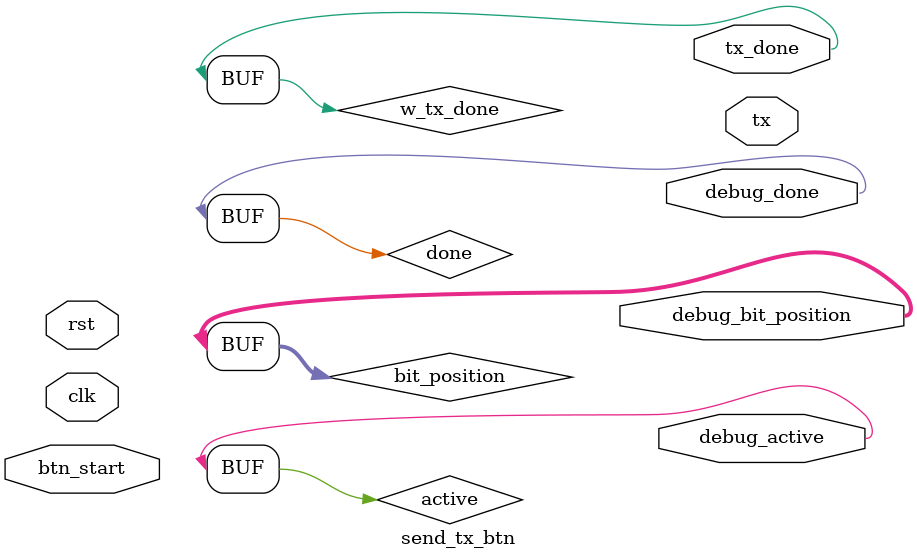
<source format=v>
module send_tx_btn (
    input  clk,
    input  rst,
    input  btn_start,
    output tx_done,
    output tx,
    // 디버깅 출력
    output debug_active,
    output debug_done,
    output [3:0] debug_bit_position
);
    // 내부 신호 선언
    wire w_start;
    wire w_tx_done;
    wire w_tick;
    wire [3:0] bit_position;
    wire active;
    wire done;

    // 디버깅용 출력 연결
    assign debug_bit_position = bit_position;
    assign debug_active = active;
    assign debug_done = done;

    // 내부 신호와 레지스터 선언
    parameter IDLE = 0, LOAD = 1, START = 2, SEND = 3, COMPLETE = 4;
    parameter BUFFER_SIZE = 16;  // 버퍼 크기 (한 번에 전송할 문자 수)
    parameter TOTAL_CHARS = 75;  // 총 출력해야 할 문자 수

    reg [2:0] state, next_state;
    reg [7:0] send_tx_data_reg, send_tx_data_next;
    reg send_reg, send_next;
    
    // 버퍼 관련 레지스터
    reg [7:0] char_buffer [0:BUFFER_SIZE-1];  // 전송할 문자 버퍼
    reg [3:0] buffer_index_reg, buffer_index_next;  // 현재 버퍼 내 인덱스
    reg [6:0] char_index_reg, char_index_next;      // 전체 문자열 내 인덱스
    reg transmission_active_reg, transmission_active_next;  // 전송 활성화 상태
    
    // 고정된 문자열 정의 (ASCII 코드 배열로)
    reg [7:0] target_string [0:TOTAL_CHARS-1];
    
    integer i;  // 루프 변수


    // tx_done 출력 신호 연결
    assign tx_done = w_tx_done;

    // 버퍼 업데이트 함수 - 문자열의 특정 위치부터 16문자를 버퍼에 로드
    task update_buffer;
        input [6:0] start_index;
        integer j;
        begin
            for (j = 0; j < BUFFER_SIZE; j = j + 1) begin
                if (start_index + j < TOTAL_CHARS) begin
                    char_buffer[j] <= target_string[start_index + j];
                end else begin
                    char_buffer[j] <= 8'h20;  // 범위를 벗어나면 공백 문자로 채움
                end
            end
        end
    endtask

    // 상태 레지스터 업데이트 (동기 로직)
    always @(posedge clk, posedge rst) begin
        if (rst) begin
            state <= IDLE;
            send_tx_data_reg <= 8'h00;
            send_reg <= 1'b0;
            buffer_index_reg <= 4'b0;
            char_index_reg <= 7'b0;
            transmission_active_reg <= 1'b0;
            
            // 원하는 문자열 초기화 (ASCII 코드로)
            // "1234567890:;<=>?@ABCDEFGHIJKLMNOPQRSTUVWXYZ[\]^_`abcdefghijklmnopqrstuvwxyz"
            for (i = 0; i < 10; i = i + 1) begin  // 숫자 0-9
                target_string[i] <= 8'd48 + i;
            end
            for (i = 10; i < 17; i = i + 1) begin  // : ; < = > ? @
                target_string[i] <= 8'd58 + (i - 10);
            end
            for (i = 17; i < 43; i = i + 1) begin  // A-Z
                target_string[i] <= 8'd65 + (i - 17);
            end
            for (i = 43; i < 49; i = i + 1) begin  // [ \ ] ^ _ `
                target_string[i] <= 8'd91 + (i - 43);
            end
            for (i = 49; i < 75; i = i + 1) begin  // a-z
                target_string[i] <= 8'd97 + (i - 49);
            end
            
            // 초기 버퍼 설정
            for (i = 0; i < BUFFER_SIZE; i = i + 1) begin
                if (i < TOTAL_CHARS) begin
                    char_buffer[i] <= target_string[i];
                end else begin
                    char_buffer[i] <= 8'h20;  // 공백 문자
                end
            end
        end else begin
            state <= next_state;
            send_tx_data_reg <= send_tx_data_next;
            send_reg <= send_next;
            buffer_index_reg <= buffer_index_next;
            char_index_reg <= char_index_next;
            transmission_active_reg <= transmission_active_next;
            
            // 버퍼 업데이트가 필요한 경우
            if (char_index_next != char_index_reg) begin
                update_buffer(char_index_next);
            end
        end
    end

    // 다음 상태 및 출력 계산 (조합 로직)
    always @(*) begin
        // 기본값 설정
        send_tx_data_next = send_tx_data_reg;
        next_state = state;
        send_next = 1'b0;
        buffer_index_next = buffer_index_reg;
        char_index_next = char_index_reg;
        transmission_active_next = transmission_active_reg;
        
        case (state)
            IDLE: begin
                send_next = 1'b0;
                buffer_index_next = 4'b0;
                
                // 버튼이 눌리고 현재 전송 중이 아닐 때만 전송 시작
                if (w_start && !transmission_active_reg) begin
                    transmission_active_next = 1'b1;
                    char_index_next = 7'b0;  // 문자열의 처음부터 시작
                    next_state = LOAD;
                end
            end
            
            LOAD: begin
                // 버퍼에서 다음 문자 로드
                send_tx_data_next = char_buffer[buffer_index_reg];
                next_state = START;
            end
            
            START: begin
                // 송신 시작 신호 활성화
                send_next = 1'b1;
                
                // 송신이 시작되면 SEND 상태로 전환
                if (w_tx_done == 1'b0) begin
                    next_state = SEND;
                end
            end
            
            SEND: begin
                // 송신 중에는 송신 신호 비활성화
                send_next = 1'b0;
                
                // 송신이 완료되면 다음 문자 처리
                if (w_tx_done == 1'b1) begin
                    if (char_index_reg + buffer_index_reg >= TOTAL_CHARS - 1) begin
                        // 모든 문자 전송 완료
                        next_state = COMPLETE;
                    end else if (buffer_index_reg == BUFFER_SIZE - 1) begin
                        // 현재 버퍼의 마지막 문자 전송 완료, 다음 버퍼로 넘어감
                        char_index_next = char_index_reg + BUFFER_SIZE;
                        buffer_index_next = 4'b0;
                        next_state = LOAD;
                    end else begin
                        // 다음 문자 전송 준비
                        buffer_index_next = buffer_index_reg + 1'b1;
                        next_state = LOAD;
                    end
                end
            end
            
            COMPLETE: begin
                // 전송 완료 상태 - 리셋될 때까지 여기 머무름
                transmission_active_next = 1'b0;
                
                // 버튼이 떼어져도 IDLE 상태로 돌아가지 않음 (리셋 필요)
                if (!w_start) begin
                    next_state = IDLE;
                end
            end
            
            default: begin
                next_state = IDLE;
                transmission_active_next = 1'b0;
            end
        endcase
    end
endmodule
</source>
